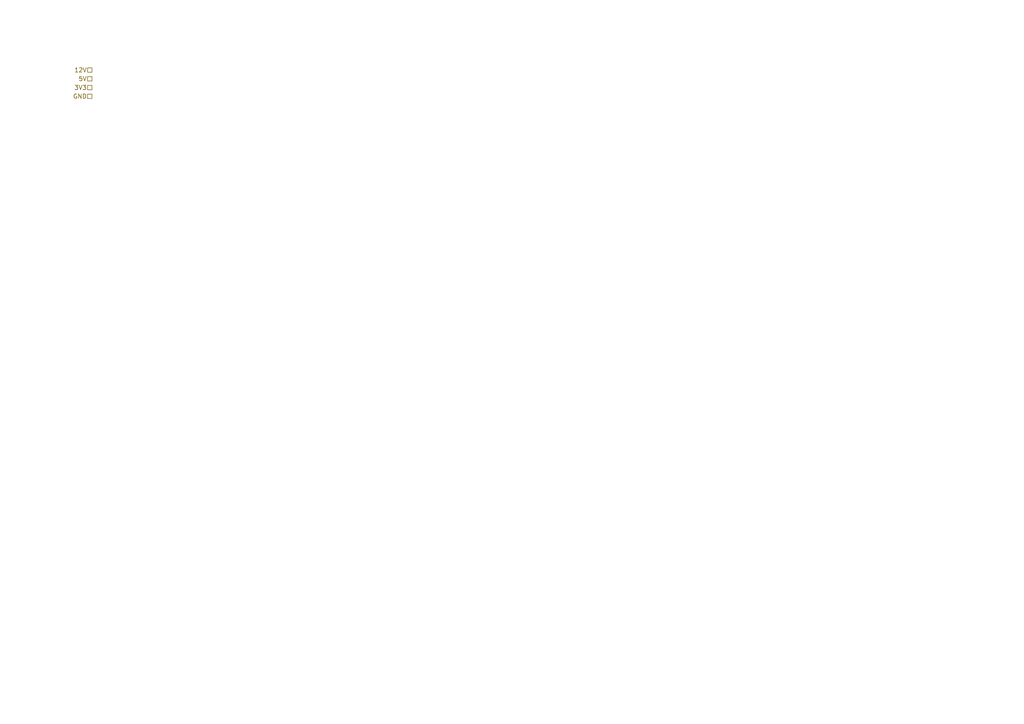
<source format=kicad_sch>
(kicad_sch
	(version 20250114)
	(generator "eeschema")
	(generator_version "9.0")
	(uuid "c38098ea-c574-4653-b551-a57a36653755")
	(paper "A4")
	(lib_symbols)
	(hierarchical_label "3V3"
		(shape passive)
		(at 26.67 25.4 180)
		(effects
			(font
				(size 1.27 1.27)
			)
			(justify right)
		)
		(uuid "35380764-829c-4e60-8e20-b2f38dae2941")
	)
	(hierarchical_label "12V"
		(shape passive)
		(at 26.67 20.32 180)
		(effects
			(font
				(size 1.27 1.27)
			)
			(justify right)
		)
		(uuid "89f91857-2b11-4dc2-b8eb-91af17363c98")
	)
	(hierarchical_label "GND"
		(shape passive)
		(at 26.67 27.94 180)
		(effects
			(font
				(size 1.27 1.27)
			)
			(justify right)
		)
		(uuid "db78a68f-8629-468c-8703-682acc1a1e13")
	)
	(hierarchical_label "5V"
		(shape passive)
		(at 26.67 22.86 180)
		(effects
			(font
				(size 1.27 1.27)
			)
			(justify right)
		)
		(uuid "ea174acd-9237-475e-9295-0af2029632fc")
	)
)

</source>
